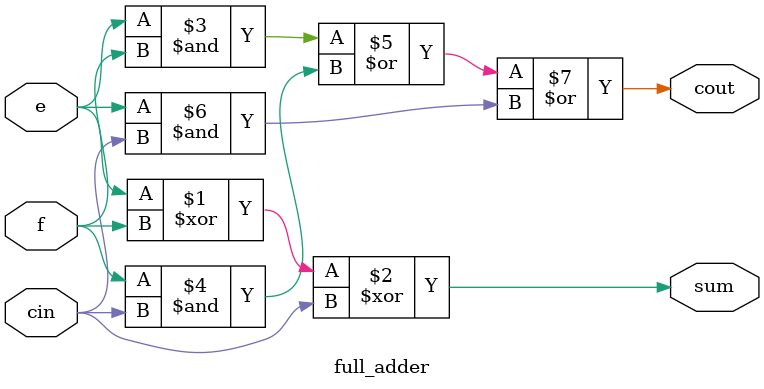
<source format=v>
module full_adder (
    e,f,cin,sum,cout
);

    input e,f,cin;
    output sum,cout;

    assign sum = e ^ f ^ cin;
    assign cout = (e&f) | (f&cin) | (e&cin);
endmodule
</source>
